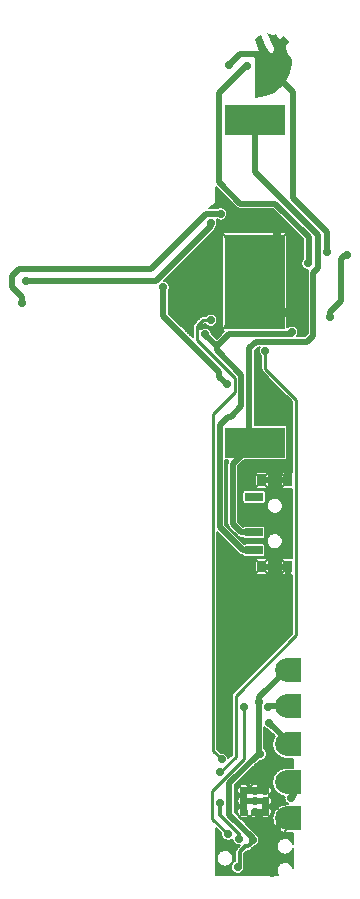
<source format=gbl>
G04 DipTrace 2.4.0.2*
%INcross.gbl*%
%MOMM*%
%ADD14C,0.508*%
%ADD15C,0.254*%
%ADD16C,0.305*%
%ADD18C,0.152*%
%ADD25C,0.711*%
%ADD37R,5.08X2.6*%
%ADD38R,5.08X8.0*%
%ADD43R,1.25X2.0*%
%ADD44C,2.0*%
%ADD46C,0.711*%
%FSLAX53Y53*%
G04*
G71*
G90*
G75*
G01*
%LNBottom*%
%LPD*%
X35146Y56709D2*
D14*
Y56592D1*
X29877D1*
X28795Y55510D1*
Y55191D1*
X30896Y53089D1*
Y50482D1*
X29975Y49561D1*
X29736D1*
X29048Y48872D1*
Y40233D1*
X31018Y38263D1*
X31961D1*
X27819Y56532D2*
Y56486D1*
X28795Y55510D1*
X31857Y13744D2*
D16*
Y13549D1*
X31474Y13166D1*
X31204D1*
X30733Y12695D1*
Y11600D1*
X30560Y11426D1*
X38366Y58014D2*
D14*
Y58379D1*
X39359Y59372D1*
Y62891D1*
X39694Y63226D1*
X39844D1*
X32402Y25433D2*
X32349D1*
Y21006D1*
X29863Y18520D1*
Y15857D1*
X31857Y13864D1*
Y13744D1*
X32488Y21006D2*
X32349D1*
X32402Y25433D2*
Y25827D1*
X34720Y28146D1*
X35345D2*
X34720D1*
X33925Y14580D2*
D16*
Y14417D1*
X33798Y14291D1*
Y11188D1*
X33497Y10888D1*
X33925Y14580D2*
D14*
X33520D1*
X32000Y16100D1*
X32900D1*
Y17000D2*
Y16100D1*
Y17000D2*
X32000D1*
X31100D1*
Y16100D1*
Y17000D2*
Y17900D1*
X32000D1*
X32900D1*
Y19632D1*
X33298Y20031D1*
Y21769D1*
X33204Y21863D1*
X32611Y44163D2*
X34811D1*
X32611Y36863D2*
X34811D1*
Y44163D2*
Y44824D1*
X34864Y44877D1*
X34811Y36863D2*
Y36139D1*
X34863Y36086D1*
X36060Y56869D2*
Y56940D1*
X32000Y61000D1*
X33863Y65005D2*
Y62863D1*
X32000Y61000D1*
X33925Y14580D2*
Y14747D1*
X34720Y15542D1*
X35345D2*
X34720D1*
Y25034D2*
X33237D1*
X33160Y24957D1*
X31102Y24993D2*
D15*
Y20561D1*
X28440Y17900D1*
Y15515D1*
X29738Y14218D1*
X35345Y25034D2*
D14*
X34720D1*
X29082Y16844D2*
D16*
Y15826D1*
X30686Y14222D1*
Y13839D1*
X35345Y18600D2*
D14*
Y17492D1*
X35096Y17243D1*
X35345Y18600D2*
X34720D1*
Y21817D2*
Y22171D1*
X33266Y23625D1*
X35345Y21817D2*
X34720D1*
X31961Y39763D2*
X30894D1*
X30175Y40482D1*
Y45535D1*
X32000Y47360D1*
X31570D1*
Y55331D1*
X32159Y55920D1*
X36459D1*
X36950Y56411D1*
Y61759D1*
X37359Y62167D1*
Y64943D1*
X32017Y70284D1*
Y74623D1*
X32000Y74640D1*
X24261Y60518D2*
Y58102D1*
X29025Y53338D1*
Y52923D1*
X29659Y52290D1*
X28291Y65957D2*
Y65709D1*
X23663Y61080D1*
X12719D1*
X12655Y61017D1*
X12284Y59184D2*
Y59714D1*
X11431Y60567D1*
Y61465D1*
X12029Y62064D1*
X23235D1*
X27897Y66726D1*
X29137D1*
X32925Y55152D2*
D15*
Y53589D1*
X35512Y51001D1*
Y31055D1*
X30401Y25945D1*
Y20771D1*
X29088Y19458D1*
X28288Y57727D2*
X27623D1*
X27088Y57192D1*
Y56082D1*
X30323Y52847D1*
Y51636D1*
X28480Y49793D1*
Y21268D1*
X29214Y20534D1*
X38127Y63529D2*
D14*
Y65229D1*
X35272Y68084D1*
Y77063D1*
X33591Y78744D1*
X32080Y80255D1*
X30739D1*
X29822Y79339D1*
X33580Y79292D2*
Y78744D1*
X33591D1*
X31348Y79230D2*
X31275D1*
X28987Y76942D1*
Y69411D1*
X30806Y67593D1*
X33759D1*
X36591Y64761D1*
Y62530D1*
X36527D1*
D46*
X34863Y36086D3*
X34864Y44877D3*
X29137Y66726D3*
X28291Y65957D3*
X29082Y16844D3*
X30686Y13839D3*
X33925Y14580D3*
X31857Y13744D3*
X30560Y11426D3*
X33497Y10888D3*
X12284Y59184D3*
X12655Y61017D3*
X31348Y79230D3*
X29822Y79339D3*
X36527Y62530D3*
X38127Y63529D3*
X38366Y58014D3*
X39844Y63226D3*
X35146Y56709D3*
X24261Y60518D3*
X33204Y21863D3*
X32402Y25433D3*
X29659Y52290D3*
X27819Y56532D3*
X36060Y56869D3*
X33863Y65005D3*
X32488Y21006D3*
X28288Y57727D3*
X32925Y55152D3*
X29214Y20534D3*
X29088Y19458D3*
X35096Y17243D3*
X33266Y23625D3*
X33160Y24957D3*
X31102Y24993D3*
X29738Y14218D3*
X28750Y68885D2*
D18*
X28842D1*
X28750Y68736D2*
X28993D1*
X28750Y68587D2*
X29141D1*
X28750Y68438D2*
X29291D1*
X28750Y68289D2*
X29439D1*
X28750Y68140D2*
X29589D1*
X28750Y67991D2*
X29739D1*
X28750Y67842D2*
X29886D1*
X28750Y67693D2*
X30036D1*
X28633Y67544D2*
X30184D1*
X28433Y67394D2*
X30334D1*
X28236Y67245D2*
X28901D1*
X29374D2*
X30484D1*
X29579Y67096D2*
X33585D1*
X29672Y66947D2*
X33735D1*
X29712Y66798D2*
X33885D1*
X29712Y66649D2*
X34032D1*
X29669Y66500D2*
X34182D1*
X29574Y66351D2*
X34330D1*
X28814Y66202D2*
X28912D1*
X29362D2*
X34480D1*
X28862Y66053D2*
X34630D1*
X28869Y65904D2*
X34778D1*
X28833Y65755D2*
X34928D1*
X28757Y65606D2*
X35075D1*
X28695Y65457D2*
X35225D1*
X28560Y65308D2*
X35375D1*
X28412Y65158D2*
X29236D1*
X34765D2*
X35523D1*
X28262Y65009D2*
X29236D1*
X34765D2*
X35673D1*
X28112Y64860D2*
X29236D1*
X34765D2*
X35821D1*
X27964Y64711D2*
X29236D1*
X34765D2*
X35971D1*
X27814Y64562D2*
X29236D1*
X34765D2*
X36113D1*
X27667Y64413D2*
X29236D1*
X34765D2*
X36113D1*
X27517Y64264D2*
X29236D1*
X34765D2*
X36113D1*
X27367Y64115D2*
X29236D1*
X34765D2*
X36113D1*
X27219Y63966D2*
X29236D1*
X34765D2*
X36113D1*
X27069Y63817D2*
X29236D1*
X34765D2*
X36113D1*
X26921Y63668D2*
X29236D1*
X34765D2*
X36113D1*
X26771Y63519D2*
X29236D1*
X34765D2*
X36113D1*
X26621Y63370D2*
X29236D1*
X34765D2*
X36113D1*
X26474Y63221D2*
X29236D1*
X34765D2*
X36113D1*
X26324Y63072D2*
X29236D1*
X34765D2*
X36113D1*
X26176Y62922D2*
X29236D1*
X34765D2*
X36106D1*
X26026Y62773D2*
X29236D1*
X34765D2*
X36002D1*
X25876Y62624D2*
X29236D1*
X34765D2*
X35954D1*
X25728Y62475D2*
X29236D1*
X34765D2*
X35949D1*
X25578Y62326D2*
X29236D1*
X34765D2*
X35985D1*
X25431Y62177D2*
X29236D1*
X34765D2*
X36071D1*
X25281Y62028D2*
X29236D1*
X34765D2*
X36254D1*
X25131Y61879D2*
X29236D1*
X34765D2*
X36487D1*
X24983Y61730D2*
X29236D1*
X34765D2*
X36473D1*
X24833Y61581D2*
X29236D1*
X34765D2*
X36473D1*
X24685Y61432D2*
X29236D1*
X34765D2*
X36473D1*
X24535Y61283D2*
X29236D1*
X34765D2*
X36473D1*
X24385Y61134D2*
X29236D1*
X34765D2*
X36473D1*
X24595Y60985D2*
X29236D1*
X34765D2*
X36473D1*
X24742Y60836D2*
X29236D1*
X34765D2*
X36473D1*
X24816Y60686D2*
X29236D1*
X34765D2*
X36473D1*
X24840Y60537D2*
X29236D1*
X34765D2*
X36473D1*
X24826Y60388D2*
X29236D1*
X34765D2*
X36473D1*
X24769Y60239D2*
X29236D1*
X34765D2*
X36473D1*
X24740Y60090D2*
X29236D1*
X34765D2*
X36473D1*
X24740Y59941D2*
X29236D1*
X34765D2*
X36473D1*
X24740Y59792D2*
X29236D1*
X34765D2*
X36473D1*
X24740Y59643D2*
X29236D1*
X34765D2*
X36473D1*
X24740Y59494D2*
X29236D1*
X34765D2*
X36473D1*
X24740Y59345D2*
X29236D1*
X34765D2*
X36473D1*
X24740Y59196D2*
X29236D1*
X34765D2*
X36473D1*
X24740Y59047D2*
X29236D1*
X34765D2*
X36473D1*
X24740Y58898D2*
X29236D1*
X34765D2*
X36473D1*
X24740Y58749D2*
X29236D1*
X34765D2*
X36473D1*
X24740Y58600D2*
X29236D1*
X34765D2*
X36473D1*
X24740Y58450D2*
X29236D1*
X34765D2*
X36473D1*
X24740Y58301D2*
X29236D1*
X34765D2*
X36473D1*
X24881Y58152D2*
X27900D1*
X28674D2*
X29236D1*
X34765D2*
X36473D1*
X25031Y58003D2*
X27417D1*
X28795D2*
X29236D1*
X34765D2*
X36473D1*
X25181Y57854D2*
X27260D1*
X28853D2*
X29236D1*
X34765D2*
X36473D1*
X25328Y57705D2*
X27110D1*
X28867D2*
X29236D1*
X34765D2*
X36473D1*
X25478Y57556D2*
X26962D1*
X28841D2*
X29236D1*
X34765D2*
X36473D1*
X25626Y57407D2*
X26815D1*
X28769D2*
X29236D1*
X34765D2*
X36473D1*
X25776Y57258D2*
X26743D1*
X27643D2*
X27958D1*
X28617D2*
X29236D1*
X34765D2*
X34997D1*
X35294D2*
X36473D1*
X25926Y57109D2*
X26736D1*
X27495D2*
X29236D1*
X35561D2*
X36473D1*
X26074Y56960D2*
X26736D1*
X28202D2*
X29236D1*
X35668D2*
X36473D1*
X26224Y56811D2*
X26736D1*
X28324D2*
X29236D1*
X35718D2*
X36473D1*
X26371Y56662D2*
X26736D1*
X28383D2*
X29277D1*
X35725D2*
X36473D1*
X26521Y56513D2*
X26736D1*
X28462D2*
X29127D1*
X35691D2*
X36383D1*
X28612Y56364D2*
X28979D1*
X32229Y55320D2*
X32370D1*
X32079Y55171D2*
X32346D1*
X32048Y55022D2*
X32361D1*
X32048Y54873D2*
X32418D1*
X32048Y54724D2*
X32542D1*
X32048Y54575D2*
X32573D1*
X32048Y54426D2*
X32573D1*
X32048Y54277D2*
X32573D1*
X32048Y54128D2*
X32573D1*
X32048Y53978D2*
X32573D1*
X32048Y53829D2*
X32573D1*
X32048Y53680D2*
X32573D1*
X32048Y53531D2*
X32577D1*
X32048Y53382D2*
X32644D1*
X32048Y53233D2*
X32789D1*
X32048Y53084D2*
X32939D1*
X32048Y52935D2*
X33087D1*
X32048Y52786D2*
X33237D1*
X32048Y52637D2*
X33387D1*
X32048Y52488D2*
X33535D1*
X32048Y52339D2*
X33685D1*
X32048Y52190D2*
X33832D1*
X32048Y52041D2*
X33982D1*
X32048Y51892D2*
X34132D1*
X32048Y51742D2*
X34280D1*
X32048Y51593D2*
X34430D1*
X32048Y51444D2*
X34578D1*
X32048Y51295D2*
X34728D1*
X32048Y51146D2*
X34878D1*
X32048Y50997D2*
X35025D1*
X32048Y50848D2*
X35161D1*
X32048Y50699D2*
X35161D1*
X32048Y50550D2*
X35161D1*
X32048Y50401D2*
X35161D1*
X32048Y50252D2*
X35161D1*
X32048Y50103D2*
X35161D1*
X32048Y49954D2*
X35161D1*
X32048Y49805D2*
X35161D1*
X32048Y49656D2*
X35161D1*
X32048Y49506D2*
X35161D1*
X32048Y49357D2*
X35161D1*
X32048Y49208D2*
X35161D1*
X32048Y49059D2*
X35161D1*
X32048Y48910D2*
X35161D1*
X34765Y48761D2*
X35161D1*
X34765Y48612D2*
X35161D1*
X34765Y48463D2*
X35161D1*
X34765Y48314D2*
X35161D1*
X34765Y48165D2*
X35161D1*
X34765Y48016D2*
X35161D1*
X34765Y47867D2*
X35161D1*
X34765Y47718D2*
X35161D1*
X34765Y47569D2*
X35161D1*
X34765Y47420D2*
X35161D1*
X34765Y47270D2*
X35161D1*
X34765Y47121D2*
X35161D1*
X34765Y46972D2*
X35161D1*
X34765Y46823D2*
X35161D1*
X34765Y46674D2*
X35161D1*
X34765Y46525D2*
X35161D1*
X34765Y46376D2*
X35161D1*
X34765Y46227D2*
X35161D1*
X34765Y46078D2*
X35161D1*
X34765Y45929D2*
X35161D1*
X29526Y45780D2*
X29767D1*
X31091D2*
X35161D1*
X29526Y45631D2*
X29708D1*
X30941D2*
X35161D1*
X29526Y45482D2*
X29696D1*
X30791D2*
X35161D1*
X29526Y45333D2*
X29696D1*
X30653D2*
X35161D1*
X29526Y45184D2*
X29696D1*
X30653D2*
X35161D1*
X29526Y45034D2*
X29696D1*
X30653D2*
X35161D1*
X29526Y44885D2*
X29696D1*
X30653D2*
X35161D1*
X29526Y44736D2*
X29696D1*
X30653D2*
X31999D1*
X33222D2*
X34199D1*
X29526Y44587D2*
X29696D1*
X30653D2*
X31987D1*
X33234D2*
X34187D1*
X29526Y44438D2*
X29696D1*
X30653D2*
X31987D1*
X33234D2*
X34187D1*
X29526Y44289D2*
X29696D1*
X30653D2*
X31987D1*
X33234D2*
X34187D1*
X29526Y44140D2*
X29696D1*
X30653D2*
X31987D1*
X33234D2*
X34187D1*
X29526Y43991D2*
X29696D1*
X30653D2*
X31987D1*
X33234D2*
X34187D1*
X29526Y43842D2*
X29696D1*
X30653D2*
X31987D1*
X33234D2*
X34187D1*
X29526Y43693D2*
X29696D1*
X30653D2*
X31987D1*
X33234D2*
X34187D1*
X29526Y43544D2*
X29696D1*
X30653D2*
X32022D1*
X33198D2*
X34223D1*
X29526Y43395D2*
X29696D1*
X30653D2*
X35161D1*
X29526Y43246D2*
X29696D1*
X30653D2*
X31003D1*
X32920D2*
X35161D1*
X29526Y43097D2*
X29696D1*
X30653D2*
X30960D1*
X32960D2*
X35161D1*
X29526Y42948D2*
X29696D1*
X30653D2*
X30960D1*
X32960D2*
X35161D1*
X29526Y42798D2*
X29696D1*
X30653D2*
X30960D1*
X32960D2*
X35161D1*
X29526Y42649D2*
X29696D1*
X30653D2*
X30960D1*
X32960D2*
X33444D1*
X33977D2*
X35161D1*
X29526Y42500D2*
X29696D1*
X30653D2*
X30960D1*
X32960D2*
X33215D1*
X34206D2*
X35161D1*
X29526Y42351D2*
X29696D1*
X30653D2*
X30970D1*
X32953D2*
X33101D1*
X34320D2*
X35161D1*
X29526Y42202D2*
X29696D1*
X30653D2*
X31094D1*
X32829D2*
X33037D1*
X34384D2*
X35161D1*
X29526Y42053D2*
X29696D1*
X30653D2*
X33013D1*
X34408D2*
X35161D1*
X29526Y41904D2*
X29696D1*
X30653D2*
X33020D1*
X34401D2*
X35161D1*
X29526Y41755D2*
X29696D1*
X30653D2*
X33061D1*
X34360D2*
X35161D1*
X29526Y41606D2*
X29696D1*
X30653D2*
X33144D1*
X34277D2*
X35161D1*
X29526Y41457D2*
X29696D1*
X30653D2*
X33296D1*
X34125D2*
X35161D1*
X29526Y41308D2*
X29696D1*
X30653D2*
X35161D1*
X29526Y41159D2*
X29696D1*
X30653D2*
X35161D1*
X29526Y41010D2*
X29696D1*
X30653D2*
X35161D1*
X29526Y40861D2*
X29696D1*
X30653D2*
X35161D1*
X29526Y40712D2*
X29696D1*
X30653D2*
X35161D1*
X29526Y40562D2*
X29696D1*
X30765D2*
X35161D1*
X29538Y40413D2*
X29703D1*
X30915D2*
X35161D1*
X32870Y40264D2*
X35161D1*
X32934Y40115D2*
X35161D1*
X32934Y39966D2*
X35161D1*
X32934Y39817D2*
X35161D1*
X28831Y39668D2*
X28943D1*
X32934D2*
X33496D1*
X33925D2*
X35161D1*
X28831Y39519D2*
X29091D1*
X32934D2*
X33234D1*
X34187D2*
X35161D1*
X28831Y39370D2*
X29241D1*
X32929D2*
X33111D1*
X34310D2*
X35161D1*
X28831Y39221D2*
X29391D1*
X30729D2*
X31113D1*
X32808D2*
X33044D1*
X34377D2*
X35161D1*
X28831Y39072D2*
X29539D1*
X30879D2*
X33013D1*
X34408D2*
X35161D1*
X28831Y38923D2*
X29689D1*
X31029D2*
X33018D1*
X34403D2*
X35161D1*
X28831Y38774D2*
X29836D1*
X32860D2*
X33054D1*
X34367D2*
X35161D1*
X28831Y38625D2*
X29986D1*
X32934D2*
X33132D1*
X34289D2*
X35161D1*
X28831Y38476D2*
X30136D1*
X32934D2*
X33273D1*
X34148D2*
X35161D1*
X28831Y38326D2*
X30284D1*
X32934D2*
X35161D1*
X28831Y38177D2*
X30434D1*
X32934D2*
X35161D1*
X28831Y38028D2*
X30582D1*
X32934D2*
X35161D1*
X28831Y37879D2*
X30744D1*
X32932D2*
X35161D1*
X28831Y37730D2*
X31094D1*
X32827D2*
X35161D1*
X28831Y37581D2*
X35161D1*
X28831Y37432D2*
X31999D1*
X33222D2*
X34199D1*
X28831Y37283D2*
X31987D1*
X33234D2*
X34187D1*
X28831Y37134D2*
X31987D1*
X33234D2*
X34187D1*
X28831Y36985D2*
X31987D1*
X33234D2*
X34187D1*
X28831Y36836D2*
X31987D1*
X33234D2*
X34187D1*
X28831Y36687D2*
X31987D1*
X33234D2*
X34187D1*
X28831Y36538D2*
X31987D1*
X33234D2*
X34187D1*
X28831Y36389D2*
X31987D1*
X33234D2*
X34187D1*
X28831Y36240D2*
X32027D1*
X33194D2*
X34227D1*
X28831Y36090D2*
X35161D1*
X28831Y35941D2*
X35161D1*
X28831Y35792D2*
X35161D1*
X28831Y35643D2*
X35161D1*
X28831Y35494D2*
X35161D1*
X28831Y35345D2*
X35161D1*
X28831Y35196D2*
X35161D1*
X28831Y35047D2*
X35161D1*
X28831Y34898D2*
X35161D1*
X28831Y34749D2*
X35161D1*
X28831Y34600D2*
X35161D1*
X28831Y34451D2*
X35161D1*
X28831Y34302D2*
X35161D1*
X28831Y34153D2*
X35161D1*
X28831Y34004D2*
X35161D1*
X28831Y33854D2*
X35161D1*
X28831Y33705D2*
X35161D1*
X28831Y33556D2*
X35161D1*
X28831Y33407D2*
X35161D1*
X28831Y33258D2*
X35161D1*
X28831Y33109D2*
X35161D1*
X28831Y32960D2*
X35161D1*
X28831Y32811D2*
X35161D1*
X28831Y32662D2*
X35161D1*
X28831Y32513D2*
X35161D1*
X28831Y32364D2*
X35161D1*
X28831Y32215D2*
X35161D1*
X28831Y32066D2*
X35161D1*
X28831Y31917D2*
X35161D1*
X28831Y31768D2*
X35161D1*
X28831Y31618D2*
X35161D1*
X28831Y31469D2*
X35161D1*
X28831Y31320D2*
X35161D1*
X28831Y31171D2*
X35137D1*
X28831Y31022D2*
X34989D1*
X28831Y30873D2*
X34839D1*
X28831Y30724D2*
X34689D1*
X28831Y30575D2*
X34542D1*
X28831Y30426D2*
X34392D1*
X28831Y30277D2*
X34244D1*
X28831Y30128D2*
X34094D1*
X28831Y29979D2*
X33944D1*
X28831Y29830D2*
X33796D1*
X28831Y29681D2*
X33646D1*
X28831Y29532D2*
X33499D1*
X28831Y29382D2*
X33349D1*
X28831Y29233D2*
X33199D1*
X28831Y29084D2*
X33051D1*
X28831Y28935D2*
X32901D1*
X28831Y28786D2*
X32753D1*
X28831Y28637D2*
X32603D1*
X28831Y28488D2*
X32453D1*
X28831Y28339D2*
X32306D1*
X28831Y28190D2*
X32156D1*
X28831Y28041D2*
X32008D1*
X28831Y27892D2*
X31858D1*
X28831Y27743D2*
X31708D1*
X28831Y27594D2*
X31560D1*
X28831Y27445D2*
X31410D1*
X28831Y27296D2*
X31263D1*
X28831Y27146D2*
X31113D1*
X28831Y26997D2*
X30963D1*
X28831Y26848D2*
X30815D1*
X28831Y26699D2*
X30665D1*
X28831Y26550D2*
X30517D1*
X28831Y26401D2*
X30367D1*
X28831Y26252D2*
X30217D1*
X28831Y26103D2*
X30089D1*
X28831Y25954D2*
X30051D1*
X28831Y25805D2*
X30051D1*
X28831Y25656D2*
X30051D1*
X28831Y25507D2*
X30051D1*
X28831Y25358D2*
X30051D1*
X28831Y25209D2*
X30051D1*
X28831Y25060D2*
X30051D1*
X28831Y24910D2*
X30051D1*
X28831Y24761D2*
X30051D1*
X28831Y24612D2*
X30051D1*
X28831Y24463D2*
X30051D1*
X28831Y24314D2*
X30051D1*
X28831Y24165D2*
X30051D1*
X28831Y24016D2*
X30051D1*
X28831Y23867D2*
X30051D1*
X28831Y23718D2*
X30051D1*
X28831Y23569D2*
X30051D1*
X28831Y23420D2*
X30051D1*
X28831Y23271D2*
X30051D1*
X28831Y23122D2*
X30051D1*
X32827D2*
X32994D1*
X28831Y22973D2*
X30051D1*
X32827D2*
X33249D1*
X28831Y22824D2*
X30051D1*
X32827D2*
X33396D1*
X28831Y22674D2*
X30051D1*
X32827D2*
X33546D1*
X28831Y22525D2*
X30051D1*
X32827D2*
X33696D1*
X28831Y22376D2*
X30051D1*
X32827D2*
X33632D1*
X28831Y22227D2*
X30051D1*
X32827D2*
X33568D1*
X28831Y22078D2*
X30051D1*
X32827D2*
X33525D1*
X28831Y21929D2*
X30051D1*
X32827D2*
X33501D1*
X28831Y21780D2*
X30051D1*
X32827D2*
X33496D1*
X28831Y21631D2*
X30051D1*
X32827D2*
X33511D1*
X28831Y21482D2*
X30051D1*
X32827D2*
X33544D1*
X28905Y21333D2*
X30051D1*
X32965D2*
X33596D1*
X29055Y21184D2*
X30051D1*
X33039D2*
X33675D1*
X29491Y21035D2*
X30051D1*
X33067D2*
X33782D1*
X29672Y20886D2*
X30025D1*
X33055D2*
X33935D1*
X29757Y20737D2*
X29877D1*
X33001D2*
X34161D1*
X32882Y20588D2*
X35249D1*
X32451Y20438D2*
X35249D1*
X32303Y20289D2*
X35249D1*
X32153Y20140D2*
X35249D1*
X32005Y19991D2*
X35249D1*
X31855Y19842D2*
X35249D1*
X31705Y19693D2*
X34189D1*
X31558Y19544D2*
X33949D1*
X31408Y19395D2*
X33794D1*
X31260Y19246D2*
X33682D1*
X31110Y19097D2*
X33604D1*
X30960Y18948D2*
X33546D1*
X30812Y18799D2*
X33513D1*
X30662Y18650D2*
X33496D1*
X30515Y18501D2*
X33499D1*
X30365Y18352D2*
X30746D1*
X31455D2*
X31646D1*
X32353D2*
X32546D1*
X33253D2*
X33520D1*
X30341Y18202D2*
X30608D1*
X33391D2*
X33563D1*
X30341Y18053D2*
X30541D1*
X33458D2*
X33625D1*
X30341Y17904D2*
X30520D1*
X33479D2*
X33716D1*
X30341Y17755D2*
X30539D1*
X33460D2*
X33839D1*
X30341Y17606D2*
X30603D1*
X33398D2*
X34016D1*
X30341Y17457D2*
X30734D1*
X33265D2*
X34308D1*
X30341Y17308D2*
X30613D1*
X33389D2*
X34520D1*
X30341Y17159D2*
X30544D1*
X33458D2*
X34523D1*
X30341Y17010D2*
X30520D1*
X33479D2*
X34566D1*
X30341Y16861D2*
X30537D1*
X33463D2*
X34666D1*
X30341Y16712D2*
X30598D1*
X33401D2*
X34399D1*
X30341Y16563D2*
X30727D1*
X33272D2*
X34056D1*
X30341Y16414D2*
X30615D1*
X33384D2*
X33868D1*
X30341Y16265D2*
X30544D1*
X33455D2*
X33735D1*
X30341Y16116D2*
X30520D1*
X33479D2*
X33639D1*
X30424Y15966D2*
X30537D1*
X33463D2*
X33574D1*
X33403Y15817D2*
X33527D1*
X31479Y15668D2*
X31620D1*
X32379D2*
X32520D1*
X33279D2*
X33501D1*
X30872Y15519D2*
X33496D1*
X31019Y15370D2*
X33508D1*
X31169Y15221D2*
X33539D1*
X31319Y15072D2*
X33592D1*
X31467Y14923D2*
X33666D1*
X31617Y14774D2*
X33770D1*
X28750Y14625D2*
X28842D1*
X31765D2*
X33918D1*
X28750Y14476D2*
X28989D1*
X31915D2*
X34135D1*
X28750Y14327D2*
X29139D1*
X32065D2*
X35249D1*
X28750Y14178D2*
X29160D1*
X32234D2*
X35249D1*
X28750Y14029D2*
X29191D1*
X32360D2*
X35249D1*
X28750Y13880D2*
X29270D1*
X32420D2*
X34406D1*
X34753D2*
X35249D1*
X28750Y13730D2*
X29436D1*
X30038D2*
X30118D1*
X32436D2*
X34108D1*
X35053D2*
X35249D1*
X28750Y13581D2*
X30167D1*
X32412D2*
X33975D1*
X28750Y13432D2*
X30279D1*
X32343D2*
X33899D1*
X28750Y13283D2*
X30572D1*
X32198D2*
X33861D1*
X28750Y13134D2*
X30646D1*
X31967D2*
X33858D1*
X28750Y12985D2*
X30496D1*
X31820D2*
X33885D1*
X28750Y12836D2*
X29236D1*
X29765D2*
X30384D1*
X31636D2*
X33949D1*
X28750Y12687D2*
X28996D1*
X30003D2*
X30356D1*
X31250D2*
X34063D1*
X35099D2*
X35249D1*
X28750Y12538D2*
X28877D1*
X30124D2*
X30356D1*
X31110D2*
X34280D1*
X34879D2*
X35249D1*
X30191Y12389D2*
X30356D1*
X31110D2*
X35249D1*
X30222Y12240D2*
X30356D1*
X31110D2*
X35249D1*
X30219Y12091D2*
X30356D1*
X31110D2*
X35249D1*
X30186Y11942D2*
X30315D1*
X31110D2*
X35249D1*
X28750Y11793D2*
X28886D1*
X31110D2*
X34251D1*
X34908D2*
X35249D1*
X28750Y11644D2*
X29013D1*
X31110D2*
X34049D1*
X35110D2*
X35249D1*
X28750Y11494D2*
X29274D1*
X29726D2*
X29984D1*
X31136D2*
X33942D1*
X28750Y11345D2*
X29986D1*
X31134D2*
X33882D1*
X28750Y11196D2*
X30029D1*
X31091D2*
X33856D1*
X28750Y11047D2*
X30127D1*
X30993D2*
X33863D1*
X28750Y10898D2*
X30346D1*
X30774D2*
X33904D1*
X28750Y10749D2*
X33985D1*
X31550Y15759D2*
X31490Y15691D1*
X31419Y15634D1*
X31339Y15588D1*
X31254Y15556D1*
X31164Y15539D1*
X31073Y15536D1*
X30982Y15548D1*
X30895Y15574D1*
X30813Y15614D1*
X30738Y15666D1*
X30673Y15730D1*
X30619Y15804D1*
X30577Y15885D1*
X30550Y15972D1*
X30536Y16063D1*
X30538Y16154D1*
X30554Y16244D1*
X30584Y16330D1*
X30628Y16410D1*
X30684Y16482D1*
X30751Y16544D1*
X30759Y16550D1*
X30704Y16597D1*
X30644Y16666D1*
X30597Y16744D1*
X30562Y16828D1*
X30541Y16917D1*
X30535Y17008D1*
X30544Y17099D1*
X30567Y17188D1*
X30604Y17271D1*
X30655Y17347D1*
X30716Y17415D1*
X30759Y17450D1*
X30704Y17497D1*
X30644Y17566D1*
X30597Y17644D1*
X30562Y17728D1*
X30541Y17817D1*
X30535Y17908D1*
X30544Y17999D1*
X30567Y18088D1*
X30604Y18171D1*
X30655Y18247D1*
X30716Y18315D1*
X30788Y18371D1*
X30868Y18415D1*
X30954Y18446D1*
X31044Y18462D1*
X31135Y18464D1*
X31226Y18451D1*
X31313Y18423D1*
X31395Y18382D1*
X31468Y18328D1*
X31533Y18263D1*
X31550Y18241D1*
X31605Y18304D1*
X31676Y18362D1*
X31754Y18409D1*
X31840Y18442D1*
X31929Y18460D1*
X32020Y18465D1*
X32111Y18454D1*
X32199Y18429D1*
X32281Y18390D1*
X32357Y18338D1*
X32423Y18275D1*
X32450Y18241D1*
X32505Y18304D1*
X32576Y18362D1*
X32654Y18409D1*
X32740Y18442D1*
X32829Y18460D1*
X32920Y18465D1*
X33011Y18454D1*
X33099Y18429D1*
X33181Y18390D1*
X33257Y18338D1*
X33323Y18275D1*
X33377Y18202D1*
X33420Y18121D1*
X33449Y18034D1*
X33463Y17944D1*
Y17854D1*
X33448Y17764D1*
X33419Y17678D1*
X33377Y17597D1*
X33322Y17524D1*
X33255Y17461D1*
X33242Y17450D1*
X33312Y17386D1*
X33369Y17315D1*
X33414Y17235D1*
X33445Y17149D1*
X33462Y17059D1*
X33464Y16970D1*
X33452Y16879D1*
X33425Y16792D1*
X33385Y16710D1*
X33332Y16635D1*
X33267Y16571D1*
X33242Y16550D1*
X33312Y16486D1*
X33369Y16415D1*
X33414Y16335D1*
X33445Y16249D1*
X33462Y16159D1*
X33464Y16070D1*
X33452Y15979D1*
X33425Y15892D1*
X33385Y15810D1*
X33332Y15735D1*
X33267Y15671D1*
X33193Y15617D1*
X33112Y15576D1*
X33024Y15549D1*
X32934Y15536D1*
X32843Y15538D1*
X32753Y15555D1*
X32667Y15586D1*
X32587Y15630D1*
X32515Y15686D1*
X32450Y15759D1*
X32390Y15691D1*
X32319Y15634D1*
X32239Y15588D1*
X32154Y15556D1*
X32064Y15539D1*
X31973Y15536D1*
X31882Y15548D1*
X31795Y15574D1*
X31713Y15614D1*
X31638Y15666D1*
X31573Y15730D1*
X31550Y15759D1*
X30206Y12096D2*
X30193Y12021D1*
X30173Y11947D1*
X30145Y11877D1*
X30110Y11809D1*
X30067Y11746D1*
X30019Y11687D1*
X29964Y11635D1*
X29903Y11588D1*
X29838Y11548D1*
X29770Y11516D1*
X29698Y11490D1*
X29624Y11473D1*
X29548Y11464D1*
X29472Y11463D1*
X29396Y11470D1*
X29321Y11485D1*
X29249Y11508D1*
X29179Y11539D1*
X29113Y11577D1*
X29052Y11622D1*
X28995Y11673D1*
X28945Y11730D1*
X28900Y11792D1*
X28863Y11859D1*
X28833Y11929D1*
X28811Y12002D1*
X28797Y12076D1*
X28791Y12152D1*
X28793Y12228D1*
X28803Y12304D1*
X28821Y12378D1*
X28847Y12449D1*
X28880Y12518D1*
X28921Y12582D1*
X28968Y12642D1*
X29022Y12696D1*
X29081Y12745D1*
X29144Y12786D1*
X29212Y12821D1*
X29283Y12848D1*
X29357Y12867D1*
X29432Y12878D1*
X29509Y12882D1*
X29585Y12877D1*
X29660Y12864D1*
X29733Y12842D1*
X29803Y12814D1*
X29870Y12777D1*
X29933Y12734D1*
X29991Y12685D1*
X30043Y12629D1*
X30089Y12568D1*
X30128Y12503D1*
X30160Y12434D1*
X30184Y12362D1*
X30200Y12287D1*
X30210Y12172D1*
X30206Y12096D1*
X35264Y13002D2*
X35225Y12893D1*
X35190Y12825D1*
X35147Y12762D1*
X35099Y12703D1*
X35044Y12651D1*
X34983Y12604D1*
X34918Y12564D1*
X34850Y12532D1*
X34778Y12506D1*
X34704Y12489D1*
X34628Y12480D1*
X34552Y12479D1*
X34476Y12486D1*
X34401Y12501D1*
X34329Y12524D1*
X34259Y12555D1*
X34193Y12593D1*
X34132Y12638D1*
X34075Y12689D1*
X34025Y12746D1*
X33980Y12808D1*
X33943Y12875D1*
X33913Y12945D1*
X33891Y13018D1*
X33877Y13092D1*
X33871Y13168D1*
X33873Y13244D1*
X33883Y13320D1*
X33901Y13394D1*
X33927Y13465D1*
X33960Y13534D1*
X34001Y13598D1*
X34048Y13658D1*
X34102Y13712D1*
X34161Y13761D1*
X34224Y13802D1*
X34292Y13837D1*
X34363Y13864D1*
X34437Y13883D1*
X34512Y13894D1*
X34589Y13898D1*
X34665Y13893D1*
X34740Y13880D1*
X34813Y13858D1*
X34883Y13830D1*
X34950Y13793D1*
X35013Y13750D1*
X35071Y13701D1*
X35123Y13645D1*
X35169Y13584D1*
X35208Y13519D1*
X35240Y13450D1*
X35264Y13375D1*
Y14334D1*
X34511Y14333D1*
Y14349D1*
X34369Y14385D1*
X34240Y14432D1*
X34118Y14493D1*
X34003Y14568D1*
X33897Y14655D1*
X33802Y14754D1*
X33719Y14863D1*
X33649Y14981D1*
X33592Y15106D1*
X33550Y15236D1*
X33523Y15371D1*
X33511Y15507D1*
X33515Y15644D1*
X33534Y15780D1*
X33569Y15913D1*
X33618Y16040D1*
X33682Y16162D1*
X33758Y16275D1*
X33848Y16380D1*
X33948Y16473D1*
X34058Y16554D1*
X34177Y16623D1*
X34303Y16677D1*
X34434Y16717D1*
X34511Y16733D1*
Y16751D1*
X34818D1*
X34722Y16819D1*
X34669Y16873D1*
X34623Y16934D1*
X34586Y17001D1*
X34558Y17071D1*
X34539Y17145D1*
X34531Y17221D1*
X34533Y17297D1*
X34552Y17393D1*
X34511Y17390D1*
Y17407D1*
X34340Y17451D1*
X34199Y17508D1*
X34066Y17582D1*
X33943Y17673D1*
X33833Y17778D1*
X33736Y17896D1*
X33656Y18025D1*
X33592Y18163D1*
X33546Y18309D1*
X33519Y18458D1*
X33511Y18610D1*
X33522Y18762D1*
X33551Y18912D1*
X33600Y19056D1*
X33666Y19193D1*
X33749Y19321D1*
X33848Y19437D1*
X33960Y19540D1*
X34084Y19628D1*
X34218Y19700D1*
X34361Y19754D1*
X34511Y19791D1*
Y19809D1*
X35265D1*
X35264Y20606D1*
X34511Y20608D1*
Y20624D1*
X34340Y20669D1*
X34199Y20726D1*
X34066Y20800D1*
X33943Y20890D1*
X33833Y20995D1*
X33736Y21113D1*
X33656Y21242D1*
X33592Y21381D1*
X33546Y21526D1*
X33519Y21676D1*
X33511Y21828D1*
X33522Y21980D1*
X33551Y22129D1*
X33600Y22273D1*
X33666Y22411D1*
X33729Y22509D1*
X33168Y23068D1*
X33090Y23088D1*
X33019Y23117D1*
X32953Y23154D1*
X32893Y23201D1*
X32839Y23255D1*
X32812Y23291D1*
Y21468D1*
X32901Y21392D1*
X32949Y21333D1*
X32989Y21268D1*
X33019Y21199D1*
X33041Y21126D1*
X33053Y21006D1*
X33048Y20930D1*
X33033Y20856D1*
X33008Y20784D1*
X32973Y20716D1*
X32930Y20653D1*
X32878Y20597D1*
X32820Y20548D1*
X32755Y20508D1*
X32686Y20477D1*
X32613Y20455D1*
X32537Y20443D1*
X32440Y20444D1*
X31976Y19978D1*
X30328Y18329D1*
X30326Y17072D1*
Y16051D1*
X32149Y14227D1*
X32213Y14182D1*
X32269Y14131D1*
X32317Y14072D1*
X32357Y14007D1*
X32388Y13937D1*
X32409Y13864D1*
X32421Y13744D1*
X32416Y13668D1*
X32401Y13594D1*
X32376Y13522D1*
X32341Y13454D1*
X32298Y13392D1*
X32246Y13335D1*
X32188Y13287D1*
X32123Y13246D1*
X32024Y13206D1*
X31730Y12911D1*
X31670Y12863D1*
X31603Y12828D1*
X31543Y12811D1*
X31398Y12805D1*
X31352Y12803D1*
X31095Y12543D1*
Y11611D1*
X31112Y11546D1*
X31125Y11426D1*
X31120Y11350D1*
X31104Y11276D1*
X31079Y11204D1*
X31045Y11136D1*
X31001Y11074D1*
X30950Y11017D1*
X30891Y10969D1*
X30827Y10928D1*
X30757Y10897D1*
X30684Y10875D1*
X30609Y10864D1*
X30533Y10862D1*
X30457Y10871D1*
X30383Y10890D1*
X30313Y10918D1*
X30247Y10956D1*
X30186Y11003D1*
X30133Y11057D1*
X30087Y11117D1*
X30050Y11184D1*
X30022Y11255D1*
X30004Y11329D1*
X29995Y11404D1*
X29998Y11480D1*
X30010Y11556D1*
X30032Y11628D1*
X30064Y11697D1*
X30105Y11762D1*
X30154Y11820D1*
X30211Y11871D1*
X30274Y11914D1*
X30371Y11958D1*
X30372Y12695D1*
X30380Y12771D1*
X30403Y12843D1*
X30433Y12897D1*
X30531Y13005D1*
X30810Y13288D1*
X30735Y13276D1*
X30659Y13275D1*
X30583Y13284D1*
X30509Y13302D1*
X30439Y13331D1*
X30373Y13369D1*
X30312Y13415D1*
X30259Y13469D1*
X30213Y13530D1*
X30176Y13597D1*
X30148Y13667D1*
X30129Y13741D1*
X30123Y13805D1*
X30069Y13760D1*
X30004Y13720D1*
X29935Y13689D1*
X29862Y13667D1*
X29787Y13655D1*
X29711Y13654D1*
X29635Y13662D1*
X29561Y13681D1*
X29491Y13710D1*
X29425Y13748D1*
X29364Y13794D1*
X29311Y13848D1*
X29265Y13909D1*
X29227Y13975D1*
X29199Y14046D1*
X29181Y14120D1*
X29173Y14196D1*
X29180Y14302D1*
X29015Y14465D1*
X28737Y14743D1*
X28736Y10736D1*
X34006D1*
X33943Y10843D1*
X33913Y10913D1*
X33891Y10986D1*
X33877Y11060D1*
X33871Y11136D1*
X33873Y11212D1*
X33883Y11288D1*
X33901Y11362D1*
X33927Y11433D1*
X33960Y11502D1*
X34001Y11566D1*
X34048Y11626D1*
X34102Y11680D1*
X34161Y11729D1*
X34224Y11770D1*
X34292Y11805D1*
X34363Y11832D1*
X34437Y11851D1*
X34512Y11862D1*
X34589Y11866D1*
X34665Y11861D1*
X34740Y11848D1*
X34813Y11826D1*
X34883Y11798D1*
X34950Y11761D1*
X35013Y11718D1*
X35071Y11669D1*
X35123Y11613D1*
X35169Y11552D1*
X35208Y11487D1*
X35240Y11418D1*
X35264Y11346D1*
Y13001D1*
X32034Y48869D2*
X34749D1*
Y45851D1*
X31142Y45847D1*
X30639Y45344D1*
Y40675D1*
X31057Y40255D1*
X31094Y40287D1*
X31163Y40317D1*
X31287Y40322D1*
X32711D1*
X32785Y40309D1*
X32850Y40269D1*
X32896Y40209D1*
X32918Y40134D1*
X32920Y39413D1*
X32906Y39338D1*
X32867Y39274D1*
X32807Y39227D1*
X32732Y39205D1*
X32025Y39204D1*
X31211D1*
X31136Y39217D1*
X31070Y39259D1*
X31090Y39242D1*
X31036Y39298D1*
X30894Y39300D1*
X30818Y39306D1*
X30744Y39324D1*
X30675Y39355D1*
X30611Y39396D1*
X30567Y39435D1*
X29848Y40154D1*
X29799Y40212D1*
X29759Y40278D1*
X29732Y40348D1*
X29716Y40423D1*
X29712Y40482D1*
Y45535D1*
X29718Y45611D1*
X29737Y45685D1*
X29767Y45755D1*
X29796Y45800D1*
Y45851D1*
X29513D1*
X29511Y45367D1*
Y40426D1*
X31132Y38804D1*
X31163Y38817D1*
X31287Y38822D1*
X32711D1*
X32785Y38809D1*
X32850Y38769D1*
X32896Y38709D1*
X32918Y38634D1*
X32920Y37913D1*
X32906Y37838D1*
X32867Y37774D1*
X32807Y37727D1*
X32732Y37705D1*
X32025Y37704D1*
X31211D1*
X31136Y37717D1*
X31070Y37759D1*
X31090Y37742D1*
X31036Y37798D1*
X30942Y37806D1*
X30868Y37824D1*
X30798Y37855D1*
X30735Y37896D1*
X30690Y37935D1*
X28816Y39809D1*
X28817Y21406D1*
X29131Y21093D1*
X29219Y21099D1*
X29295Y21093D1*
X29370Y21077D1*
X29441Y21051D1*
X29509Y21016D1*
X29571Y20972D1*
X29627Y20920D1*
X29675Y20861D1*
X29715Y20796D1*
X29745Y20726D1*
X29772Y20618D1*
X30064Y20910D1*
X30065Y25945D1*
X30074Y26020D1*
X30099Y26092D1*
X30141Y26158D1*
X30163Y26182D1*
X35176Y31195D1*
Y36154D1*
X34380Y36156D1*
X34322Y36173D1*
X34271Y36207D1*
X34232Y36253D1*
X34208Y36309D1*
X34201Y36369D1*
X34203Y37393D1*
X34221Y37452D1*
X34254Y37502D1*
X34301Y37541D1*
X34357Y37565D1*
X34417Y37572D1*
X35176D1*
Y43455D1*
X34411Y43454D1*
X34350Y43462D1*
X34295Y43488D1*
X34250Y43529D1*
X34218Y43580D1*
X34203Y43639D1*
X34201Y43983D1*
X34203Y44693D1*
X34221Y44752D1*
X34254Y44802D1*
X34301Y44841D1*
X34357Y44865D1*
X34417Y44872D1*
X35176D1*
Y50860D1*
X33927Y52110D1*
X32687Y53351D1*
X32640Y53410D1*
X32607Y53479D1*
X32590Y53555D1*
X32588Y53589D1*
Y54696D1*
X32498Y54782D1*
X32452Y54843D1*
X32415Y54909D1*
X32387Y54980D1*
X32368Y55054D1*
X32360Y55130D1*
X32362Y55206D1*
X32375Y55281D1*
X32397Y55354D1*
X32451Y55457D1*
X32352D1*
X32033Y55140D1*
Y48871D1*
X29266Y65209D2*
X34749D1*
Y57111D1*
X34797Y57154D1*
X34860Y57197D1*
X34928Y57231D1*
X35000Y57255D1*
X35075Y57270D1*
X35151Y57274D1*
X35227Y57268D1*
X35301Y57253D1*
X35373Y57227D1*
X35441Y57191D1*
X35503Y57147D1*
X35558Y57096D1*
X35607Y57037D1*
X35646Y56972D1*
X35677Y56902D1*
X35698Y56829D1*
X35711Y56709D1*
X35706Y56633D1*
X35691Y56559D1*
X35665Y56487D1*
X35631Y56419D1*
X35605Y56382D1*
X36266Y56384D1*
X36487Y56603D1*
Y61759D1*
X36493Y61835D1*
X36505Y61885D1*
X36532Y61958D1*
X36424Y61975D1*
X36350Y61993D1*
X36280Y62022D1*
X36214Y62060D1*
X36153Y62106D1*
X36100Y62160D1*
X36054Y62221D1*
X36017Y62288D1*
X35989Y62358D1*
X35971Y62432D1*
X35962Y62508D1*
X35965Y62584D1*
X35977Y62659D1*
X35999Y62732D1*
X36031Y62801D1*
X36072Y62865D1*
X36127Y62928D1*
X36128Y64571D1*
X35186Y65511D1*
X33568Y67129D1*
X30806Y67130D1*
X30730Y67136D1*
X30656Y67154D1*
X30586Y67185D1*
X30522Y67226D1*
X30478Y67265D1*
X28735Y69008D1*
X28736Y67670D1*
X28699Y67606D1*
X28340Y67335D1*
X28148Y67190D1*
X28814Y67189D1*
X28920Y67247D1*
X28992Y67272D1*
X29066Y67286D1*
X29142Y67291D1*
X29218Y67285D1*
X29293Y67269D1*
X29364Y67243D1*
X29432Y67208D1*
X29494Y67164D1*
X29550Y67112D1*
X29598Y67053D1*
X29638Y66988D1*
X29668Y66919D1*
X29689Y66846D1*
X29702Y66726D1*
X29697Y66650D1*
X29682Y66576D1*
X29657Y66504D1*
X29622Y66436D1*
X29579Y66373D1*
X29527Y66317D1*
X29469Y66268D1*
X29404Y66228D1*
X29335Y66197D1*
X29262Y66175D1*
X29186Y66163D1*
X29110Y66162D1*
X29035Y66171D1*
X28961Y66189D1*
X28890Y66218D1*
X28815Y66263D1*
X28791Y66219D1*
X28822Y66150D1*
X28843Y66077D1*
X28856Y65957D1*
X28851Y65881D1*
X28836Y65807D1*
X28810Y65735D1*
X28776Y65667D1*
X28747Y65626D1*
X28710Y65511D1*
X28672Y65445D1*
X28619Y65381D1*
X24317Y61079D1*
X24417Y61061D1*
X24488Y61035D1*
X24556Y61000D1*
X24618Y60956D1*
X24674Y60904D1*
X24722Y60845D1*
X24762Y60780D1*
X24792Y60711D1*
X24814Y60637D1*
X24826Y60518D1*
X24821Y60442D1*
X24806Y60367D1*
X24781Y60296D1*
X24726Y60198D1*
X24725Y58291D1*
X25020Y57999D1*
X26753Y56266D1*
X26751Y57192D1*
X26760Y57268D1*
X26785Y57339D1*
X26828Y57405D1*
X26850Y57430D1*
X27385Y57965D1*
X27444Y58012D1*
X27513Y58045D1*
X27589Y58061D1*
X27623Y58063D1*
X27835D1*
X27883Y58120D1*
X27939Y58171D1*
X28002Y58214D1*
X28070Y58248D1*
X28142Y58273D1*
X28217Y58287D1*
X28293Y58292D1*
X28369Y58286D1*
X28443Y58270D1*
X28515Y58244D1*
X28583Y58209D1*
X28645Y58165D1*
X28700Y58113D1*
X28749Y58054D1*
X28788Y57989D1*
X28819Y57920D1*
X28840Y57847D1*
X28853Y57727D1*
X28848Y57651D1*
X28833Y57577D1*
X28807Y57505D1*
X28773Y57437D1*
X28729Y57374D1*
X28678Y57318D1*
X28619Y57269D1*
X28555Y57229D1*
X28485Y57198D1*
X28412Y57176D1*
X28337Y57164D1*
X28261Y57163D1*
X28185Y57172D1*
X28112Y57190D1*
X28041Y57219D1*
X27975Y57257D1*
X27915Y57303D1*
X27837Y57390D1*
X27762Y57391D1*
X27424Y57053D1*
Y56937D1*
X27533Y57019D1*
X27601Y57053D1*
X27673Y57078D1*
X27747Y57093D1*
X27824Y57097D1*
X27899Y57091D1*
X27974Y57075D1*
X28046Y57049D1*
X28113Y57014D1*
X28175Y56970D1*
X28231Y56918D1*
X28279Y56859D1*
X28319Y56794D1*
X28350Y56725D1*
X28371Y56652D1*
X28381Y56579D1*
X28794Y56165D1*
X29422Y56792D1*
X29251Y56791D1*
Y65209D1*
X29266D1*
X32995Y43454D2*
X32180Y43456D1*
X32122Y43473D1*
X32071Y43507D1*
X32032Y43553D1*
X32008Y43609D1*
X32001Y43669D1*
X32003Y44693D1*
X32021Y44752D1*
X32054Y44802D1*
X32101Y44841D1*
X32157Y44865D1*
X32217Y44872D1*
X33041Y44870D1*
X33099Y44853D1*
X33150Y44819D1*
X33189Y44773D1*
X33213Y44717D1*
X33220Y44656D1*
X33218Y43633D1*
X33200Y43574D1*
X33167Y43524D1*
X33120Y43485D1*
X33064Y43461D1*
X33004Y43454D1*
X32995D1*
Y36154D2*
X32180Y36156D1*
X32122Y36173D1*
X32071Y36207D1*
X32032Y36253D1*
X32008Y36309D1*
X32001Y36369D1*
X32003Y37393D1*
X32021Y37452D1*
X32054Y37502D1*
X32101Y37541D1*
X32157Y37565D1*
X32217Y37572D1*
X33041Y37570D1*
X33099Y37553D1*
X33150Y37519D1*
X33189Y37473D1*
X33213Y37417D1*
X33220Y37356D1*
X33218Y36333D1*
X33200Y36274D1*
X33167Y36224D1*
X33120Y36185D1*
X33064Y36161D1*
X33004Y36154D1*
X32995D1*
X32634Y42178D2*
X31211D1*
X31136Y42191D1*
X31069Y42226D1*
X31016Y42281D1*
X30984Y42350D1*
X30976Y42413D1*
Y43113D1*
X30988Y43188D1*
X31024Y43255D1*
X31079Y43307D1*
X31147Y43339D1*
X31211Y43348D1*
X32711D1*
X32785Y43335D1*
X32852Y43300D1*
X32905Y43245D1*
X32937Y43176D1*
X32945Y43113D1*
Y42413D1*
X32933Y42338D1*
X32897Y42271D1*
X32842Y42219D1*
X32774Y42187D1*
X32711Y42178D1*
X32634D1*
X34391Y38937D2*
X34378Y38862D1*
X34357Y38789D1*
X34328Y38718D1*
X34292Y38651D1*
X34248Y38589D1*
X34198Y38532D1*
X34141Y38481D1*
X34080Y38436D1*
X34013Y38399D1*
X33943Y38369D1*
X33870Y38347D1*
X33795Y38334D1*
X33719Y38328D1*
X33643Y38332D1*
X33568Y38343D1*
X33494Y38363D1*
X33424Y38391D1*
X33356Y38427D1*
X33293Y38470D1*
X33236Y38520D1*
X33184Y38575D1*
X33139Y38637D1*
X33100Y38702D1*
X33070Y38772D1*
X33047Y38845D1*
X33032Y38920D1*
X33026Y38996D1*
X33028Y39072D1*
X33039Y39147D1*
X33058Y39221D1*
X33085Y39292D1*
X33120Y39360D1*
X33162Y39423D1*
X33211Y39481D1*
X33266Y39534D1*
X33327Y39580D1*
X33392Y39619D1*
X33462Y39651D1*
X33534Y39674D1*
X33609Y39690D1*
X33684Y39697D1*
X33761Y39696D1*
X33836Y39686D1*
X33910Y39668D1*
X33982Y39642D1*
X34050Y39608D1*
X34114Y39566D1*
X34173Y39518D1*
X34226Y39464D1*
X34273Y39404D1*
X34313Y39339D1*
X34345Y39270D1*
X34370Y39198D1*
X34386Y39124D1*
X34395Y39013D1*
X34391Y38937D1*
Y41937D2*
X34378Y41862D1*
X34357Y41789D1*
X34328Y41718D1*
X34292Y41651D1*
X34248Y41589D1*
X34198Y41532D1*
X34141Y41481D1*
X34080Y41436D1*
X34013Y41399D1*
X33943Y41369D1*
X33870Y41347D1*
X33795Y41334D1*
X33719Y41328D1*
X33643Y41332D1*
X33568Y41343D1*
X33494Y41363D1*
X33424Y41391D1*
X33356Y41427D1*
X33293Y41470D1*
X33236Y41520D1*
X33184Y41575D1*
X33139Y41637D1*
X33100Y41702D1*
X33070Y41772D1*
X33047Y41845D1*
X33032Y41920D1*
X33026Y41996D1*
X33028Y42072D1*
X33039Y42147D1*
X33058Y42221D1*
X33085Y42292D1*
X33120Y42360D1*
X33162Y42423D1*
X33211Y42481D1*
X33266Y42534D1*
X33327Y42580D1*
X33392Y42619D1*
X33462Y42651D1*
X33534Y42674D1*
X33609Y42690D1*
X33684Y42697D1*
X33761Y42696D1*
X33836Y42686D1*
X33910Y42668D1*
X33982Y42642D1*
X34050Y42608D1*
X34114Y42566D1*
X34173Y42518D1*
X34226Y42464D1*
X34273Y42404D1*
X34313Y42339D1*
X34345Y42270D1*
X34370Y42198D1*
X34386Y42124D1*
X34395Y42013D1*
X34391Y41937D1*
X30701Y16499D2*
X31499Y15701D1*
X31100Y16100D2*
X30701Y15701D1*
Y17399D2*
X31100Y17000D1*
X30701Y16601D1*
Y18299D2*
X31100Y17900D1*
X31499Y18299D2*
X30701Y17501D1*
X32000Y16100D2*
X32399Y15701D1*
X32000Y16100D2*
X31601Y15701D1*
Y18299D2*
X32000Y17900D1*
X32399Y18299D2*
X32000Y17900D1*
X32900Y16100D2*
X33299Y15701D1*
Y16499D2*
X32501Y15701D1*
X32900Y17000D2*
X33299Y16601D1*
Y17399D2*
X32900Y17000D1*
X32501Y18299D2*
X33299Y17501D1*
Y18299D2*
X32900Y17900D1*
X29251Y65209D2*
X32000Y61000D1*
X34749Y65209D2*
X29251Y56791D1*
X32048Y44794D2*
X33173Y43532D1*
Y44794D2*
X32048Y43532D1*
X34248Y44794D2*
X34811Y44163D1*
X34248Y43532D1*
Y37494D2*
X34811Y36863D1*
X34248Y36232D1*
X32048Y37494D2*
X33173Y36232D1*
Y37494D2*
X32048Y36232D1*
X34511Y16751D2*
X35345Y15542D1*
X34511Y14333D1*
X33865Y16397D2*
X34720Y15542D1*
X33865Y14687D1*
D25*
X31100Y16100D3*
Y17000D3*
Y17900D3*
X32000Y16100D3*
Y17000D3*
Y17900D3*
X32900Y16100D3*
Y17000D3*
Y17900D3*
D37*
X32000Y47360D3*
Y74640D3*
D38*
Y61000D3*
G36*
X33011Y43663D2*
X32211D1*
Y44663D1*
X33011D1*
Y43663D1*
G37*
G36*
X35211D2*
X34411D1*
Y44663D1*
X35211D1*
Y43663D1*
G37*
G36*
Y36363D2*
X34411D1*
Y37363D1*
X35211D1*
Y36363D1*
G37*
G36*
X33011D2*
X32211D1*
Y37363D1*
X33011D1*
Y36363D1*
G37*
G36*
X32711Y37913D2*
X31211D1*
Y38613D1*
X32711D1*
Y37913D1*
G37*
G36*
Y39413D2*
X31211D1*
Y40113D1*
X32711D1*
Y39413D1*
G37*
G36*
Y42413D2*
X31211D1*
Y43113D1*
X32711D1*
Y42413D1*
G37*
D43*
X35345Y28146D3*
D44*
X34720D3*
D43*
X35345Y25034D3*
D44*
X34720D3*
D43*
X35345Y21817D3*
D44*
X34720D3*
D43*
X35345Y18600D3*
D44*
X34720D3*
D43*
X35345Y15542D3*
D44*
X34720D3*
G36*
X32000Y76532D2*
X32950Y76677D1*
X33690Y76977D1*
X34160Y77357D1*
X34540Y77742D1*
X34855Y78302D1*
X34985Y78627D1*
X35085Y79107D1*
X35135Y79357D1*
X35160Y79772D1*
X35045Y80097D1*
X34855Y80287D1*
X34730Y80412D1*
X34665Y80732D1*
X34690Y80862D1*
X34765Y81112D1*
X34920Y81252D1*
X34510Y81747D1*
X34130Y81497D1*
X34040D1*
X33860Y81937D1*
X33585Y81912D1*
X33080Y82052D1*
X33610Y80787D1*
Y80627D1*
X33575Y80412D1*
X33460Y80362D1*
X33205Y80462D1*
X32890Y81042D1*
X32535Y81897D1*
X32280Y81772D1*
X32010Y81452D1*
X32380Y80502D1*
X32190Y80532D1*
X32000D1*
Y76532D1*
G37*
M02*

</source>
